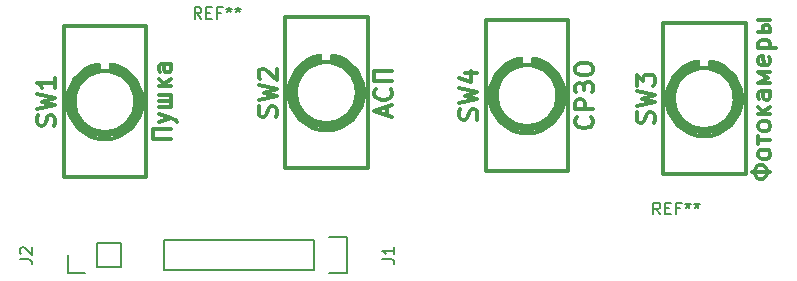
<source format=gbr>
G04 #@! TF.FileFunction,Legend,Top*
%FSLAX46Y46*%
G04 Gerber Fmt 4.6, Leading zero omitted, Abs format (unit mm)*
G04 Created by KiCad (PCBNEW 4.0.0-rc2-stable) date 5-5-2016 15:22:10*
%MOMM*%
G01*
G04 APERTURE LIST*
%ADD10C,0.100000*%
%ADD11C,0.150000*%
%ADD12C,0.378460*%
%ADD13C,0.304800*%
G04 APERTURE END LIST*
D10*
D11*
X22600000Y-39000000D02*
X22600000Y-37000000D01*
X22600000Y-37000000D02*
X24600000Y-37000000D01*
X24600000Y-37000000D02*
X24600000Y-39000000D01*
X24600000Y-39000000D02*
X22600000Y-39000000D01*
X21600000Y-39500000D02*
X20100000Y-39500000D01*
X20100000Y-39500000D02*
X20100000Y-38000000D01*
D12*
X23750380Y-22399040D02*
X23750380Y-21901200D01*
X22749620Y-22399040D02*
X22749620Y-21901200D01*
X25868172Y-25000000D02*
G75*
G03X25868172Y-25000000I-2618172J0D01*
G01*
X22729300Y-22439680D02*
G75*
G03X20689680Y-25520700I520700J-2560320D01*
G01*
X25810320Y-25480060D02*
G75*
G03X23730060Y-22439680I-2560320J480060D01*
G01*
X26089720Y-25701040D02*
G75*
G03X23951040Y-22160280I-2839720J701040D01*
G01*
X22548960Y-22170440D02*
G75*
G03X20420440Y-25701040I701040J-2829560D01*
G01*
X23250000Y-27600960D02*
G75*
G03X25850960Y-25000000I0J2600960D01*
G01*
X20649040Y-25000000D02*
G75*
G03X23250000Y-27600960I2600960J0D01*
G01*
X23250000Y-27900680D02*
G75*
G03X26150680Y-25000000I0J2900680D01*
G01*
X20349320Y-25000000D02*
G75*
G03X23250000Y-27900680I2900680J0D01*
G01*
X26409760Y-25510540D02*
G75*
G03X23760540Y-21840240I-3159760J510540D01*
G01*
X22739460Y-21840240D02*
G75*
G03X20090240Y-25510540I510540J-3159760D01*
G01*
X23250000Y-28200400D02*
G75*
G03X26450400Y-25000000I0J3200400D01*
G01*
X20049600Y-25000000D02*
G75*
G03X23250000Y-28200400I3200400J0D01*
G01*
X19752420Y-31400800D02*
X19752420Y-18599200D01*
X19749880Y-18599200D02*
X26750120Y-18599200D01*
X26750120Y-18599200D02*
X26750120Y-31400800D01*
X26750120Y-31400800D02*
X19749880Y-31400800D01*
X42500380Y-21649040D02*
X42500380Y-21151200D01*
X41499620Y-21649040D02*
X41499620Y-21151200D01*
X44618172Y-24250000D02*
G75*
G03X44618172Y-24250000I-2618172J0D01*
G01*
X41479300Y-21689680D02*
G75*
G03X39439680Y-24770700I520700J-2560320D01*
G01*
X44560320Y-24730060D02*
G75*
G03X42480060Y-21689680I-2560320J480060D01*
G01*
X44839720Y-24951040D02*
G75*
G03X42701040Y-21410280I-2839720J701040D01*
G01*
X41298960Y-21420440D02*
G75*
G03X39170440Y-24951040I701040J-2829560D01*
G01*
X42000000Y-26850960D02*
G75*
G03X44600960Y-24250000I0J2600960D01*
G01*
X39399040Y-24250000D02*
G75*
G03X42000000Y-26850960I2600960J0D01*
G01*
X42000000Y-27150680D02*
G75*
G03X44900680Y-24250000I0J2900680D01*
G01*
X39099320Y-24250000D02*
G75*
G03X42000000Y-27150680I2900680J0D01*
G01*
X45159760Y-24760540D02*
G75*
G03X42510540Y-21090240I-3159760J510540D01*
G01*
X41489460Y-21090240D02*
G75*
G03X38840240Y-24760540I510540J-3159760D01*
G01*
X42000000Y-27450400D02*
G75*
G03X45200400Y-24250000I0J3200400D01*
G01*
X38799600Y-24250000D02*
G75*
G03X42000000Y-27450400I3200400J0D01*
G01*
X38502420Y-30650800D02*
X38502420Y-17849200D01*
X38499880Y-17849200D02*
X45500120Y-17849200D01*
X45500120Y-17849200D02*
X45500120Y-30650800D01*
X45500120Y-30650800D02*
X38499880Y-30650800D01*
X74500380Y-22149040D02*
X74500380Y-21651200D01*
X73499620Y-22149040D02*
X73499620Y-21651200D01*
X76618172Y-24750000D02*
G75*
G03X76618172Y-24750000I-2618172J0D01*
G01*
X73479300Y-22189680D02*
G75*
G03X71439680Y-25270700I520700J-2560320D01*
G01*
X76560320Y-25230060D02*
G75*
G03X74480060Y-22189680I-2560320J480060D01*
G01*
X76839720Y-25451040D02*
G75*
G03X74701040Y-21910280I-2839720J701040D01*
G01*
X73298960Y-21920440D02*
G75*
G03X71170440Y-25451040I701040J-2829560D01*
G01*
X74000000Y-27350960D02*
G75*
G03X76600960Y-24750000I0J2600960D01*
G01*
X71399040Y-24750000D02*
G75*
G03X74000000Y-27350960I2600960J0D01*
G01*
X74000000Y-27650680D02*
G75*
G03X76900680Y-24750000I0J2900680D01*
G01*
X71099320Y-24750000D02*
G75*
G03X74000000Y-27650680I2900680J0D01*
G01*
X77159760Y-25260540D02*
G75*
G03X74510540Y-21590240I-3159760J510540D01*
G01*
X73489460Y-21590240D02*
G75*
G03X70840240Y-25260540I510540J-3159760D01*
G01*
X74000000Y-27950400D02*
G75*
G03X77200400Y-24750000I0J3200400D01*
G01*
X70799600Y-24750000D02*
G75*
G03X74000000Y-27950400I3200400J0D01*
G01*
X70502420Y-31150800D02*
X70502420Y-18349200D01*
X70499880Y-18349200D02*
X77500120Y-18349200D01*
X77500120Y-18349200D02*
X77500120Y-31150800D01*
X77500120Y-31150800D02*
X70499880Y-31150800D01*
X59500380Y-21899040D02*
X59500380Y-21401200D01*
X58499620Y-21899040D02*
X58499620Y-21401200D01*
X61618172Y-24500000D02*
G75*
G03X61618172Y-24500000I-2618172J0D01*
G01*
X58479300Y-21939680D02*
G75*
G03X56439680Y-25020700I520700J-2560320D01*
G01*
X61560320Y-24980060D02*
G75*
G03X59480060Y-21939680I-2560320J480060D01*
G01*
X61839720Y-25201040D02*
G75*
G03X59701040Y-21660280I-2839720J701040D01*
G01*
X58298960Y-21670440D02*
G75*
G03X56170440Y-25201040I701040J-2829560D01*
G01*
X59000000Y-27100960D02*
G75*
G03X61600960Y-24500000I0J2600960D01*
G01*
X56399040Y-24500000D02*
G75*
G03X59000000Y-27100960I2600960J0D01*
G01*
X59000000Y-27400680D02*
G75*
G03X61900680Y-24500000I0J2900680D01*
G01*
X56099320Y-24500000D02*
G75*
G03X59000000Y-27400680I2900680J0D01*
G01*
X62159760Y-25010540D02*
G75*
G03X59510540Y-21340240I-3159760J510540D01*
G01*
X58489460Y-21340240D02*
G75*
G03X55840240Y-25010540I510540J-3159760D01*
G01*
X59000000Y-27700400D02*
G75*
G03X62200400Y-24500000I0J3200400D01*
G01*
X55799600Y-24500000D02*
G75*
G03X59000000Y-27700400I3200400J0D01*
G01*
X55502420Y-30900800D02*
X55502420Y-18099200D01*
X55499880Y-18099200D02*
X62500120Y-18099200D01*
X62500120Y-18099200D02*
X62500120Y-30900800D01*
X62500120Y-30900800D02*
X55499880Y-30900800D01*
D11*
X40930000Y-39270000D02*
X28230000Y-39270000D01*
X28230000Y-39270000D02*
X28230000Y-36730000D01*
X28230000Y-36730000D02*
X40930000Y-36730000D01*
X43750000Y-39550000D02*
X42200000Y-39550000D01*
X40930000Y-39270000D02*
X40930000Y-36730000D01*
X42200000Y-36450000D02*
X43750000Y-36450000D01*
X43750000Y-36450000D02*
X43750000Y-39550000D01*
X16052381Y-38333333D02*
X16766667Y-38333333D01*
X16909524Y-38380953D01*
X17004762Y-38476191D01*
X17052381Y-38619048D01*
X17052381Y-38714286D01*
X16147619Y-37904762D02*
X16100000Y-37857143D01*
X16052381Y-37761905D01*
X16052381Y-37523809D01*
X16100000Y-37428571D01*
X16147619Y-37380952D01*
X16242857Y-37333333D01*
X16338095Y-37333333D01*
X16480952Y-37380952D01*
X17052381Y-37952381D01*
X17052381Y-37333333D01*
D13*
X18967197Y-27032000D02*
X19039769Y-26814286D01*
X19039769Y-26451429D01*
X18967197Y-26306286D01*
X18894626Y-26233715D01*
X18749483Y-26161143D01*
X18604340Y-26161143D01*
X18459197Y-26233715D01*
X18386626Y-26306286D01*
X18314054Y-26451429D01*
X18241483Y-26741715D01*
X18168911Y-26886857D01*
X18096340Y-26959429D01*
X17951197Y-27032000D01*
X17806054Y-27032000D01*
X17660911Y-26959429D01*
X17588340Y-26886857D01*
X17515769Y-26741715D01*
X17515769Y-26378857D01*
X17588340Y-26161143D01*
X17515769Y-25653143D02*
X19039769Y-25290286D01*
X17951197Y-25000000D01*
X19039769Y-24709714D01*
X17515769Y-24346857D01*
X19039769Y-22968000D02*
X19039769Y-23838857D01*
X19039769Y-23403429D02*
X17515769Y-23403429D01*
X17733483Y-23548572D01*
X17878626Y-23693714D01*
X17951197Y-23838857D01*
X28839089Y-28193142D02*
X27315089Y-28193142D01*
X27315089Y-27322285D01*
X28839089Y-27322285D01*
X27823089Y-26741714D02*
X28839089Y-26378857D01*
X27823089Y-26015999D02*
X28839089Y-26378857D01*
X29201946Y-26523999D01*
X29274517Y-26596571D01*
X29347089Y-26741714D01*
X27823089Y-24927428D02*
X28839089Y-24927428D01*
X27823089Y-25435428D02*
X28839089Y-25435428D01*
X28839089Y-24419428D01*
X27823089Y-24419428D01*
X27823089Y-23693714D02*
X28839089Y-23693714D01*
X28258517Y-23548571D02*
X28839089Y-23113142D01*
X27823089Y-23113142D02*
X28403660Y-23693714D01*
X28839089Y-21806857D02*
X28040803Y-21806857D01*
X27895660Y-21879428D01*
X27823089Y-22024571D01*
X27823089Y-22314857D01*
X27895660Y-22460000D01*
X28766517Y-21806857D02*
X28839089Y-21952000D01*
X28839089Y-22314857D01*
X28766517Y-22460000D01*
X28621374Y-22532571D01*
X28476231Y-22532571D01*
X28331089Y-22460000D01*
X28258517Y-22314857D01*
X28258517Y-21952000D01*
X28185946Y-21806857D01*
X37717197Y-26282000D02*
X37789769Y-26064286D01*
X37789769Y-25701429D01*
X37717197Y-25556286D01*
X37644626Y-25483715D01*
X37499483Y-25411143D01*
X37354340Y-25411143D01*
X37209197Y-25483715D01*
X37136626Y-25556286D01*
X37064054Y-25701429D01*
X36991483Y-25991715D01*
X36918911Y-26136857D01*
X36846340Y-26209429D01*
X36701197Y-26282000D01*
X36556054Y-26282000D01*
X36410911Y-26209429D01*
X36338340Y-26136857D01*
X36265769Y-25991715D01*
X36265769Y-25628857D01*
X36338340Y-25411143D01*
X36265769Y-24903143D02*
X37789769Y-24540286D01*
X36701197Y-24250000D01*
X37789769Y-23959714D01*
X36265769Y-23596857D01*
X36410911Y-23088857D02*
X36338340Y-23016286D01*
X36265769Y-22871143D01*
X36265769Y-22508286D01*
X36338340Y-22363143D01*
X36410911Y-22290572D01*
X36556054Y-22218000D01*
X36701197Y-22218000D01*
X36918911Y-22290572D01*
X37789769Y-23161429D01*
X37789769Y-22218000D01*
X47153660Y-26173142D02*
X47153660Y-25447428D01*
X47589089Y-26318285D02*
X46065089Y-25810285D01*
X47589089Y-25302285D01*
X47443946Y-23923428D02*
X47516517Y-23995999D01*
X47589089Y-24213713D01*
X47589089Y-24358856D01*
X47516517Y-24576571D01*
X47371374Y-24721713D01*
X47226231Y-24794285D01*
X46935946Y-24866856D01*
X46718231Y-24866856D01*
X46427946Y-24794285D01*
X46282803Y-24721713D01*
X46137660Y-24576571D01*
X46065089Y-24358856D01*
X46065089Y-24213713D01*
X46137660Y-23995999D01*
X46210231Y-23923428D01*
X47589089Y-23270285D02*
X46065089Y-23270285D01*
X46065089Y-22399428D01*
X47589089Y-22399428D01*
X69717197Y-26782000D02*
X69789769Y-26564286D01*
X69789769Y-26201429D01*
X69717197Y-26056286D01*
X69644626Y-25983715D01*
X69499483Y-25911143D01*
X69354340Y-25911143D01*
X69209197Y-25983715D01*
X69136626Y-26056286D01*
X69064054Y-26201429D01*
X68991483Y-26491715D01*
X68918911Y-26636857D01*
X68846340Y-26709429D01*
X68701197Y-26782000D01*
X68556054Y-26782000D01*
X68410911Y-26709429D01*
X68338340Y-26636857D01*
X68265769Y-26491715D01*
X68265769Y-26128857D01*
X68338340Y-25911143D01*
X68265769Y-25403143D02*
X69789769Y-25040286D01*
X68701197Y-24750000D01*
X69789769Y-24459714D01*
X68265769Y-24096857D01*
X68265769Y-23661429D02*
X68265769Y-22718000D01*
X68846340Y-23226000D01*
X68846340Y-23008286D01*
X68918911Y-22863143D01*
X68991483Y-22790572D01*
X69136626Y-22718000D01*
X69499483Y-22718000D01*
X69644626Y-22790572D01*
X69717197Y-22863143D01*
X69789769Y-23008286D01*
X69789769Y-23443714D01*
X69717197Y-23588857D01*
X69644626Y-23661429D01*
X79589089Y-30954856D02*
X78065089Y-30954856D01*
X78282803Y-31099999D02*
X78282803Y-30809713D01*
X78355374Y-30591999D01*
X78500517Y-30446856D01*
X78645660Y-30374285D01*
X78935946Y-30374285D01*
X79081089Y-30446856D01*
X79226231Y-30591999D01*
X79298803Y-30809713D01*
X79298803Y-31099999D01*
X79226231Y-31317713D01*
X79081089Y-31462856D01*
X78935946Y-31535428D01*
X78645660Y-31535428D01*
X78500517Y-31462856D01*
X78355374Y-31317713D01*
X78282803Y-31099999D01*
X79589089Y-29576000D02*
X79516517Y-29721142D01*
X79443946Y-29793714D01*
X79298803Y-29866285D01*
X78863374Y-29866285D01*
X78718231Y-29793714D01*
X78645660Y-29721142D01*
X78573089Y-29576000D01*
X78573089Y-29358285D01*
X78645660Y-29213142D01*
X78718231Y-29140571D01*
X78863374Y-29068000D01*
X79298803Y-29068000D01*
X79443946Y-29140571D01*
X79516517Y-29213142D01*
X79589089Y-29358285D01*
X79589089Y-29576000D01*
X78573089Y-28632571D02*
X78573089Y-27906857D01*
X78573089Y-28269714D02*
X79589089Y-28269714D01*
X79589089Y-27181143D02*
X79516517Y-27326285D01*
X79443946Y-27398857D01*
X79298803Y-27471428D01*
X78863374Y-27471428D01*
X78718231Y-27398857D01*
X78645660Y-27326285D01*
X78573089Y-27181143D01*
X78573089Y-26963428D01*
X78645660Y-26818285D01*
X78718231Y-26745714D01*
X78863374Y-26673143D01*
X79298803Y-26673143D01*
X79443946Y-26745714D01*
X79516517Y-26818285D01*
X79589089Y-26963428D01*
X79589089Y-27181143D01*
X78573089Y-26020000D02*
X79589089Y-26020000D01*
X79008517Y-25874857D02*
X79589089Y-25439428D01*
X78573089Y-25439428D02*
X79153660Y-26020000D01*
X79589089Y-24133143D02*
X78790803Y-24133143D01*
X78645660Y-24205714D01*
X78573089Y-24350857D01*
X78573089Y-24641143D01*
X78645660Y-24786286D01*
X79516517Y-24133143D02*
X79589089Y-24278286D01*
X79589089Y-24641143D01*
X79516517Y-24786286D01*
X79371374Y-24858857D01*
X79226231Y-24858857D01*
X79081089Y-24786286D01*
X79008517Y-24641143D01*
X79008517Y-24278286D01*
X78935946Y-24133143D01*
X79589089Y-23407429D02*
X78573089Y-23407429D01*
X79371374Y-22972000D01*
X78573089Y-22536572D01*
X79589089Y-22536572D01*
X79516517Y-21230286D02*
X79589089Y-21375429D01*
X79589089Y-21665715D01*
X79516517Y-21810858D01*
X79371374Y-21883429D01*
X78790803Y-21883429D01*
X78645660Y-21810858D01*
X78573089Y-21665715D01*
X78573089Y-21375429D01*
X78645660Y-21230286D01*
X78790803Y-21157715D01*
X78935946Y-21157715D01*
X79081089Y-21883429D01*
X78573089Y-20504572D02*
X80097089Y-20504572D01*
X78645660Y-20504572D02*
X78573089Y-20359429D01*
X78573089Y-20069143D01*
X78645660Y-19924000D01*
X78718231Y-19851429D01*
X78863374Y-19778858D01*
X79298803Y-19778858D01*
X79443946Y-19851429D01*
X79516517Y-19924000D01*
X79589089Y-20069143D01*
X79589089Y-20359429D01*
X79516517Y-20504572D01*
X78573089Y-18109715D02*
X79589089Y-18109715D01*
X78573089Y-19125715D02*
X79589089Y-19125715D01*
X79589089Y-18762858D01*
X79516517Y-18617715D01*
X79371374Y-18545143D01*
X79153660Y-18545143D01*
X79008517Y-18617715D01*
X78935946Y-18762858D01*
X78935946Y-19125715D01*
X54717197Y-26532000D02*
X54789769Y-26314286D01*
X54789769Y-25951429D01*
X54717197Y-25806286D01*
X54644626Y-25733715D01*
X54499483Y-25661143D01*
X54354340Y-25661143D01*
X54209197Y-25733715D01*
X54136626Y-25806286D01*
X54064054Y-25951429D01*
X53991483Y-26241715D01*
X53918911Y-26386857D01*
X53846340Y-26459429D01*
X53701197Y-26532000D01*
X53556054Y-26532000D01*
X53410911Y-26459429D01*
X53338340Y-26386857D01*
X53265769Y-26241715D01*
X53265769Y-25878857D01*
X53338340Y-25661143D01*
X53265769Y-25153143D02*
X54789769Y-24790286D01*
X53701197Y-24500000D01*
X54789769Y-24209714D01*
X53265769Y-23846857D01*
X53773769Y-22613143D02*
X54789769Y-22613143D01*
X53193197Y-22976000D02*
X54281769Y-23338857D01*
X54281769Y-22395429D01*
X64443946Y-26314286D02*
X64516517Y-26386857D01*
X64589089Y-26604571D01*
X64589089Y-26749714D01*
X64516517Y-26967429D01*
X64371374Y-27112571D01*
X64226231Y-27185143D01*
X63935946Y-27257714D01*
X63718231Y-27257714D01*
X63427946Y-27185143D01*
X63282803Y-27112571D01*
X63137660Y-26967429D01*
X63065089Y-26749714D01*
X63065089Y-26604571D01*
X63137660Y-26386857D01*
X63210231Y-26314286D01*
X64589089Y-25661143D02*
X63065089Y-25661143D01*
X63065089Y-25080571D01*
X63137660Y-24935429D01*
X63210231Y-24862857D01*
X63355374Y-24790286D01*
X63573089Y-24790286D01*
X63718231Y-24862857D01*
X63790803Y-24935429D01*
X63863374Y-25080571D01*
X63863374Y-25661143D01*
X63790803Y-23992000D02*
X63790803Y-23701714D01*
X63137660Y-24209714D02*
X63065089Y-24064571D01*
X63065089Y-23701714D01*
X63137660Y-23556571D01*
X63210231Y-23484000D01*
X63355374Y-23411429D01*
X63500517Y-23411429D01*
X63645660Y-23484000D01*
X63718231Y-23556571D01*
X63790803Y-23701714D01*
X63863374Y-23484000D01*
X63935946Y-23411429D01*
X64081089Y-23338857D01*
X64298803Y-23338857D01*
X64443946Y-23411429D01*
X64516517Y-23484000D01*
X64589089Y-23629143D01*
X64589089Y-24064571D01*
X64516517Y-24209714D01*
X63065089Y-22395428D02*
X63065089Y-22105142D01*
X63137660Y-21960000D01*
X63282803Y-21814857D01*
X63573089Y-21742285D01*
X64081089Y-21742285D01*
X64371374Y-21814857D01*
X64516517Y-21960000D01*
X64589089Y-22105142D01*
X64589089Y-22395428D01*
X64516517Y-22540571D01*
X64371374Y-22685714D01*
X64081089Y-22758285D01*
X63573089Y-22758285D01*
X63282803Y-22685714D01*
X63137660Y-22540571D01*
X63065089Y-22395428D01*
D11*
X46752381Y-38333333D02*
X47466667Y-38333333D01*
X47609524Y-38380953D01*
X47704762Y-38476191D01*
X47752381Y-38619048D01*
X47752381Y-38714286D01*
X47752381Y-37333333D02*
X47752381Y-37904762D01*
X47752381Y-37619048D02*
X46752381Y-37619048D01*
X46895238Y-37714286D01*
X46990476Y-37809524D01*
X47038095Y-37904762D01*
X31416667Y-18002381D02*
X31083333Y-17526190D01*
X30845238Y-18002381D02*
X30845238Y-17002381D01*
X31226191Y-17002381D01*
X31321429Y-17050000D01*
X31369048Y-17097619D01*
X31416667Y-17192857D01*
X31416667Y-17335714D01*
X31369048Y-17430952D01*
X31321429Y-17478571D01*
X31226191Y-17526190D01*
X30845238Y-17526190D01*
X31845238Y-17478571D02*
X32178572Y-17478571D01*
X32321429Y-18002381D02*
X31845238Y-18002381D01*
X31845238Y-17002381D01*
X32321429Y-17002381D01*
X33083334Y-17478571D02*
X32750000Y-17478571D01*
X32750000Y-18002381D02*
X32750000Y-17002381D01*
X33226191Y-17002381D01*
X33750000Y-17002381D02*
X33750000Y-17240476D01*
X33511905Y-17145238D02*
X33750000Y-17240476D01*
X33988096Y-17145238D01*
X33607143Y-17430952D02*
X33750000Y-17240476D01*
X33892858Y-17430952D01*
X34511905Y-17002381D02*
X34511905Y-17240476D01*
X34273810Y-17145238D02*
X34511905Y-17240476D01*
X34750001Y-17145238D01*
X34369048Y-17430952D02*
X34511905Y-17240476D01*
X34654763Y-17430952D01*
X70266667Y-34552381D02*
X69933333Y-34076190D01*
X69695238Y-34552381D02*
X69695238Y-33552381D01*
X70076191Y-33552381D01*
X70171429Y-33600000D01*
X70219048Y-33647619D01*
X70266667Y-33742857D01*
X70266667Y-33885714D01*
X70219048Y-33980952D01*
X70171429Y-34028571D01*
X70076191Y-34076190D01*
X69695238Y-34076190D01*
X70695238Y-34028571D02*
X71028572Y-34028571D01*
X71171429Y-34552381D02*
X70695238Y-34552381D01*
X70695238Y-33552381D01*
X71171429Y-33552381D01*
X71933334Y-34028571D02*
X71600000Y-34028571D01*
X71600000Y-34552381D02*
X71600000Y-33552381D01*
X72076191Y-33552381D01*
X72600000Y-33552381D02*
X72600000Y-33790476D01*
X72361905Y-33695238D02*
X72600000Y-33790476D01*
X72838096Y-33695238D01*
X72457143Y-33980952D02*
X72600000Y-33790476D01*
X72742858Y-33980952D01*
X73361905Y-33552381D02*
X73361905Y-33790476D01*
X73123810Y-33695238D02*
X73361905Y-33790476D01*
X73600001Y-33695238D01*
X73219048Y-33980952D02*
X73361905Y-33790476D01*
X73504763Y-33980952D01*
M02*

</source>
